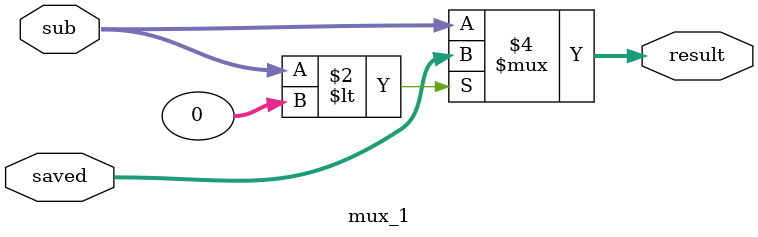
<source format=v>
`timescale 1ns / 1ps


module mux_1(input [16:0] sub, input [16:0] saved, output reg [16:0] result);
    always @(*) begin
        if (sub < 0) begin
            result = saved;
        end
        else begin
            result = sub;
        end
    end
endmodule

</source>
